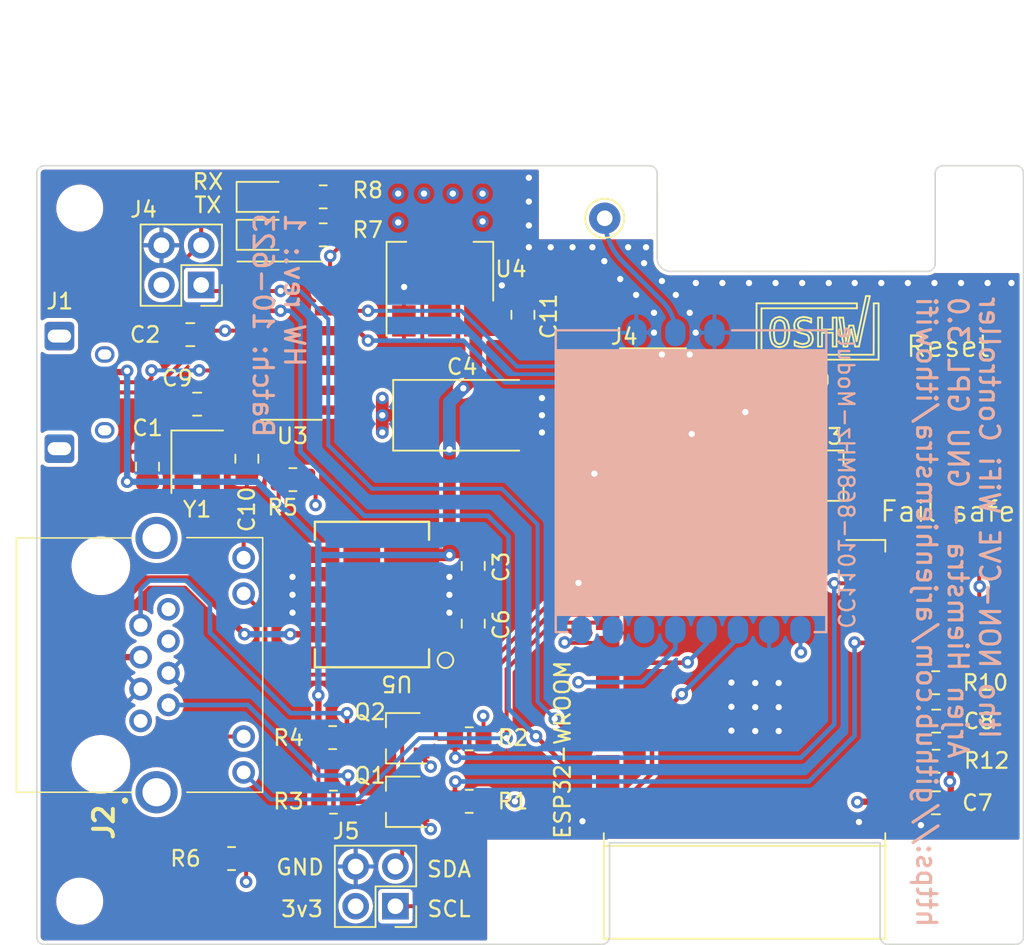
<source format=kicad_pcb>
(kicad_pcb (version 20211014) (generator pcbnew)
  (layers (0 "F.Cu" signal) (1 "In1.Cu" power "3V3") (2 "In2.Cu" power "GND") (31 "B.Cu" signal) (34 "B.Paste" user) (35 "F.Paste" user) (36 "B.SilkS" user "B.Silkscreen") (37 "F.SilkS" user "F.Silkscreen") (38 "B.Mask" user) (39 "F.Mask" user) (44 "Edge.Cuts" user))
  (net 0 "")
  (net 1 "GND")
  (net 2 "+5V")
  (net 3 "+3V3")
  (net 4 "D0")
  (net 5 "D23_MOSI")
  (net 6 "D19_MISO")
  (net 7 "D18_SCK")
  (net 8 "D5_SS")
  (net 9 "D4_IRQ")
  (net 12 "EN")
  (net 13 "Net-(LED1-Pad2)")
  (net 14 "Net-(LED2-Pad2)")
  (net 15 "SDA_L")
  (net 16 "SCL_L")
  (net 17 "Net-(R10-Pad2)")
  (net 18 "+15V")
  (net 21 "D17_WIFI_STATUS")
  (net 22 "Net-(Q3-Pad1)")
  (net 23 "Net-(Q4-Pad1)")
  (net 24 "D0{slash}RX0")
  (net 25 "D1{slash}TX0")
  (net 29 "Net-(J1-Pad2)")
  (net 30 "Net-(J1-Pad3)")
  (net 32 "Net-(J2-Pad10)")
  (net 33 "Net-(J2-Pad12)")
  (net 34 "Net-(C9-Pad1)")
  (net 35 "Net-(C10-Pad1)")
  (net 38 "Net-(H5-Pad1)")
  (net 39 "Net-(J2-Pad2)")
  (net 40 "Net-(J2-Pad7)")
  (net 41 "RTS")
  (net 42 "DTR")
  (net 43 "D16_SYS_STATUS")
  (footprint "nrg_watch:ESP32-WROOM-32E" (layer "F.Cu") (at 97.9932 141.605406 180)
    (fp_text reference "U1" hide)
    (fp_text value "ESP32-WROOM")
  )
  (footprint "Resistor_SMD:R_0805_2012Metric" (layer "F.Cu") (at 110.219 139.734 180)
    (fp_text reference "R10")
    (fp_text value "R10K" hide)
  )
  (footprint "Connector_PinHeader_2.54mm:PinHeader_2x02_P2.54mm_Vertical" (layer "F.Cu") (at 75.6666 154.0256 180)
    (fp_text reference "J5")
    (fp_text value "Conn_02x02_Odd_Even" hide)
  )
  (footprint "Resistor_SMD:R_0805_2012Metric" (layer "F.Cu") (at 110.2425 144.7546)
    (fp_text reference "R12")
    (fp_text value "R10K" hide)
  )
  (footprint "Resistor_SMD:R_0805_2012Metric" (layer "F.Cu") (at 89.2875 127.855 180)
    (fp_text reference "R13")
    (fp_text value "R10K")
  )
  (footprint "MountingHole:MountingHole_2.5mm" (layer "F.Cu") (at 55.482 109.381)
    (fp_text reference "H2" hide)
    (fp_text value "MountingHole" hide)
  )
  (footprint "nrg_watch:micro usb" (layer "F.Cu") (at 54.1782 121.168 -90)
    (fp_text reference "J1")
    (fp_text value "USB_B_Micro")
  )
  (footprint "Capacitor_SMD:C_0805_2012Metric" (layer "F.Cu") (at 110.232 147.4125 180)
    (fp_text reference "C7")
    (fp_text value "0.1uF" hide)
  )
  (footprint "Package_TO_SOT_SMD:SOT-23W" (layer "F.Cu") (at 76.138202 143.284092 180)
    (fp_text reference "Q2")
    (fp_text value "BSS138")
  )
  (footprint "Package_TO_SOT_SMD:SOT-23W" (layer "F.Cu") (at 76.1382 147.3466 180)
    (fp_text reference "Q1")
    (fp_text value "BSS138")
  )
  (footprint "Resistor_SMD:R_0805_2012Metric" (layer "F.Cu") (at 80.3887 147.32)
    (fp_text reference "R1")
    (fp_text value "R10K" hide)
  )
  (footprint "Resistor_SMD:R_0805_2012Metric" (layer "F.Cu") (at 80.3887 143.3195)
    (fp_text reference "R2")
    (fp_text value "R10K")
  )
  (footprint "Resistor_SMD:R_0805_2012Metric" (layer "F.Cu") (at 71.7082 147.372 180)
    (fp_text reference "R3")
    (fp_text value "R10K")
  )
  (footprint "Resistor_SMD:R_0805_2012Metric" (layer "F.Cu") (at 69.1115 126.746 180)
    (fp_text reference "R5")
    (fp_text value "R100")
  )
  (footprint "Package_TO_SOT_SMD:SOT-223-3_TabPin2" (layer "F.Cu") (at 78.5114 113.4495 90)
    (fp_text reference "U4")
    (fp_text value "AMS1117-3.3")
  )
  (footprint "Resistor_SMD:R_0805_2012Metric" (layer "F.Cu") (at 65.1908 150.9776 180)
    (fp_text reference "R6")
    (fp_text value "R100")
  )
  (footprint "nrg_watch:Mornsun 780xMT" (layer "F.Cu") (at 74.168 134.0945 90)
    (fp_text reference "U5")
    (fp_text value "780xMT")
  )
  (footprint "MountingHole:MountingHole_2.5mm" (layer "F.Cu") (at 113.013 109.508)
    (fp_text reference "H1" hide)
    (fp_text value "MountingHole" hide)
  )
  (footprint "MountingHole:MountingHole_2.5mm" (layer "F.Cu") (at 113.013 153.704)
    (fp_text reference "H3" hide)
    (fp_text value "MountingHole" hide)
  )
  (footprint "MountingHole:MountingHole_2.5mm" (layer "F.Cu") (at 55.482 153.704)
    (fp_text reference "H4" hide)
    (fp_text value "MountingHole" hide)
  )
  (footprint "nrg_watch:RRJ45R08PC000" (layer "F.Cu") (at 59.3725 142.1765 -90)
    (fp_text reference "J2")
    (fp_text value "RJ45_LED_Shielded" hide)
  )
  (footprint "Resistor_SMD:R_0805_2012Metric" (layer "F.Cu") (at 71.6557 143.2435 180)
    (fp_text reference "R4")
    (fp_text value "R10K")
  )
  (footprint "Capacitor_SMD:C_0805_2012Metric" (layer "F.Cu") (at 80.645 135.956 90)
    (fp_text reference "C6")
    (fp_text value "10uF")
  )
  (footprint "Capacitor_SMD:C_0805_2012Metric" (layer "F.Cu") (at 80.645 132.268 -90)
    (fp_text reference "C3")
    (fp_text value "22uF")
  )
  (footprint "Resistor_SMD:R_0805_2012Metric" (layer "F.Cu") (at 98.1775 127.855 180)
    (fp_text reference "R11")
    (fp_text value "R10K")
  )
  (footprint "Package_TO_SOT_SMD:SOT-23W" (layer "F.Cu") (at 93.455 126.492 180)
    (fp_text reference "Q4")
    (fp_text value "BC847")
  )
  (footprint "Package_TO_SOT_SMD:SOT-23W" (layer "F.Cu") (at 103.25 126.492)
    (fp_text reference "Q3")
    (fp_text value "BC847")
  )
  (footprint "Capacitor_Tantalum_SMD:CP_EIA-7343-31_Kemet-D" (layer "F.Cu") (at 79.9338 122.6312)
    (fp_text reference "C4")
    (fp_text value "470uF")
  )
  (footprint "Resistor_SMD:R_0805_2012Metric" (layer "F.Cu") (at 98.1775 125.569)
    (fp_text reference "R9")
    (fp_text value "R10K")
  )
  (footprint "Capacitor_SMD:C_0805_2012Metric" (layer "F.Cu") (at 110.2512 142.1892)
    (fp_text reference "C8")
    (fp_text value "10uF" hide)
  )
  (footprint "nrg_watch:TS-1187" (layer "F.Cu") (at 111.125 133.638011 -90)
    (fp_text reference "SW1" hide)
    (fp_text value "Fail safe")
  )
  (footprint "Capacitor_SMD:C_0805_2012Metric" (layer "F.Cu") (at 62.992 121.92 180)
    (fp_text reference "C9")
    (fp_text value "33pF")
  )
  (footprint "Capacitor_SMD:C_0805_2012Metric" (layer "F.Cu") (at 66.167 125.41 -90)
    (fp_text reference "C10")
    (fp_text value "33pF")
  )
  (footprint "Connector_PinHeader_2.54mm:PinHeader_2x02_P2.54mm_Vertical" (layer "F.Cu") (at 63.246 114.3 180)
    (fp_text reference "J4")
    (fp_text value "Conn_02x02_Odd_Even")
  )
  (footprint "Capacitor_SMD:C_0805_2012Metric" (layer "F.Cu") (at 62.55 117.475 180)
    (fp_text reference "C2")
    (fp_text value "0.1uF")
  )
  (footprint "LED_SMD:LED_0805_2012Metric" (layer "F.Cu") (at 67.1995 108.666)
    (fp_text reference "LED2" hide)
    (fp_text value "RX")
  )
  (footprint "Resistor_SMD:R_0805_2012Metric" (layer "F.Cu") (at 71.0495 111.092 180)
    (fp_text reference "R7")
    (fp_text value "R1K")
  )
  (footprint "Resistor_SMD:R_0805_2012Metric" (layer "F.Cu") (at 71.0495 108.666 180)
    (fp_text reference "R8")
    (fp_text value "R1K")
  )
  (footprint "Package_SO:SOIC-16_3.9x9.9mm_P1.27mm" (layer "F.Cu") (at 69.0134 117.8596)
    (fp_text reference "U3")
    (fp_text value "CH340G")
  )
  (footprint "Crystal:Crystal_SMD_TXC_7M-4Pin_3.2x2.5mm" (layer "F.Cu") (at 62.992 125.603 -90)
    (fp_text reference "Y1")
    (fp_text value "Crystal_GND24_Small")
  )
  (footprint "Connector_Pin:Pin_D1.0mm_L10.0mm" (layer "F.Cu") (at 89.0524 110.0328)
    (fp_text reference "H5" hide)
    (fp_text value "MountingHole_Pad")
  )
  (footprint "LED_SMD:LED_0805_2012Metric" (layer "F.Cu") (at 67.1995 111.092)
    (fp_text reference "LED1" hide)
    (fp_text value "TX")
  )
  (footprint "Capacitor_SMD:C_0805_2012Metric" (layer "F.Cu") (at 59.817 125.918 90)
    (fp_text reference "C1")
    (fp_text value "0.1uF")
  )
  (footprint "nrg_watch:TS-1187" (layer "F.Cu") (at 111.116593 123.444 90)
    (fp_text reference "SW2" hide)
    (fp_text value "Reset")
  )
  (footprint "Capacitor_SMD:C_0805_2012Metric" (layer "F.Cu") (at 83.82 116.205 90)
    (fp_text reference "C11")
    (fp_text value "10uF")
  )
  (footprint "nrg_watch:CC1101-868MHz-Module" (layer "B.Cu") (at 94.57 126.847358 90)
    (fp_text reference "U2" hide)
    (fp_text value "CC1101-868MHz-Module")
  )
  (gr_poly (pts (xy 103.202 135.417558) (xy 85.9554 135.417558) (xy 85.93 118.450358) (xy 103.202 118.450358)) (layer "B.SilkS") (width 0.1) (fill solid))
  (gr_line (start 90.043 118.364) (end 90.043 118.491) (layer "F.SilkS") (width 0.15))
  (gr_circle (center 90.932 119.253) (end 91.313 118.999) (layer "F.SilkS") (width 0.15) (fill none))
  (gr_circle (center 93.268095 121.158) (end 93.649095 120.904) (layer "F.SilkS") (width 0.15) (fill none))
  (gr_circle (center 93.268095 119.253) (end 93.649095 118.999) (layer "F.SilkS") (width 0.15) (fill none))
  (gr_line (start 99.651693 116.889581) (end 99.74071 116.629383) (layer "F.SilkS") (width 0.12))
  (gr_line (start 102.694384 116.385188) (end 102.694384 116.385188) (layer "F.SilkS") (width 0.12))
  (gr_line (start 101.214941 118.170605) (end 101.192894 118.161511) (layer "F.SilkS") (width 0.12))
  (gr_line (start 100.232672 116.554961) (end 100.191605 116.554961) (layer "F.SilkS") (width 0.12))
  (gr_line (start 104.81691 117.136774) (end 104.566364 118.237) (layer "F.SilkS") (width 0.12))
  (gr_line (start 100.164321 116.351558) (end 100.232672 116.351558) (layer "F.SilkS") (width 0.12))
  (gr_line (start 99.9725 117.923361) (end 100.068964 118.025621) (layer "F.SilkS") (width 0.12))
  (gr_line (start 102.358713 117.731286) (end 102.358713 117.789401) (layer "F.SilkS") (width 0.12))
  (gr_line (start 100.56974 117.662655) (end 100.590964 117.400273) (layer "F.SilkS") (width 0.12))
  (gr_line (start 99.875487 117.225267) (end 99.875487 117.312897) (layer "F.SilkS") (width 0.12))
  (gr_line (start 101.48696 117.058542) (end 101.697805 117.148356) (layer "F.SilkS") (width 0.12))
  (gr_line (start 99.0765 115.791031) (end 105.179825 115.791031) (layer "F.SilkS") (width 0.12))
  (gr_line (start 102.222285 118.111067) (end 102.195 118.134232) (layer "F.SilkS") (width 0.12))
  (gr_line (start 100.673372 118.074389) (end 100.506078 118.213327) (layer "F.SilkS") (width 0.12))
  (gr_line (start 101.456917 118.244722) (end 101.434869 118.240048) (layer "F.SilkS") (width 0.12))
  (gr_line (start 101.266477 117.195499) (end 101.198405 117.076982) (layer "F.SilkS") (width 0.12))
  (gr_line (start 102.119211 117.69405) (end 102.058297 117.547187) (layer "F.SilkS") (width 0.12))
  (gr_line (start 101.437902 117.31813) (end 101.305339 117.234919) (layer "F.SilkS") (width 0.12))
  (gr_line (start 100.814205 117.735147) (end 100.724629 117.99504) (layer "F.SilkS") (width 0.12))
  (gr_line (start 104.685389 116.893696) (end 104.946907 116.893696) (layer "F.SilkS") (width 0.12))
  (gr_line (start 100.520683 116.758923) (end 100.506626 116.729967) (layer "F.SilkS") (width 0.12))
  (gr_line (start 101.475667 117.047772) (end 101.48696 117.058542) (layer "F.SilkS") (width 0.12))
  (gr_line (start 102.195 118.134232) (end 102.167715 118.157346) (layer "F.SilkS") (width 0.12))
  (gr_line (start 102.119211 117.747237) (end 102.119211 117.69405) (layer "F.SilkS") (width 0.12))
  (gr_line (start 101.617602 117.381528) (end 101.437902 117.31813) (layer "F.SilkS") (width 0.12))
  (gr_line (start 103.883917 118.237) (end 103.632 118.237) (layer "F.SilkS") (width 0.12))
  (gr_line (start 101.71875 118.273119) (end 101.653157 118.273119) (layer "F.SilkS") (width 0.12))
  (gr_line (start 99.896153 116.963139) (end 99.875487 117.225267) (layer "F.SilkS") (width 0.12))
  (gr_line (start 100.396385 118.025875) (end 100.49257 117.924733) (layer "F.SilkS") (width 0.12))
  (gr_line (start 100.301023 118.272865) (end 100.232672 118.272865) (layer "F.SilkS") (width 0.12))
  (gr_line (start 104.474569 117.88836) (end 104.685389 116.893696) (layer "F.SilkS") (width 0.12))
  (gr_line (start 100.506078 116.411096) (end 100.673372 116.550034) (layer "F.SilkS") (width 0.12))
  (gr_line (start 101.762296 116.555266) (end 101.633309 116.576196) (layer "F.SilkS") (width 0.12))
  (gr_line (start 100.699006 116.589709) (end 100.724629 116.629383) (layer "F.SilkS") (width 0.12))
  (gr_line (start 101.659766 118.069716) (end 101.71875 118.069716) (layer "F.SilkS") (width 0.12))
  (gr_line (start 100.724629 116.629383) (end 100.814205 116.889581) (layer "F.SilkS") (width 0.12))
  (gr_line (start 102.013928 117.985388) (end 102.031292 117.971062) (layer "F.SilkS") (width 0.12))
  (gr_line (start 100.49257 116.700757) (end 100.396385 116.598548) (layer "F.SilkS") (width 0.12))
  (gr_line (start 101.16946 116.842997) (end 101.210806 116.675713) (layer "F.SilkS") (width 0.12))
  (gr_line (start 100.191605 116.554961) (end 100.068964 116.598548) (layer "F.SilkS") (width 0.12))
  (gr_line (start 99.74071 117.996107) (end 99.651693 117.736519) (layer "F.SilkS") (width 0.12))
  (gr_line (start 100.56974 116.963139) (end 100.520683 116.758923) (layer "F.SilkS") (width 0.12))
  (gr_line (start 100.506078 118.213327) (end 100.301023 118.272865) (layer "F.SilkS") (width 0.12))
  (gr_line (start 101.728671 117.155824) (end 101.860136 117.185593) (layer "F.SilkS") (width 0.12))
  (gr_line (start 101.16946 116.898928) (end 101.16946 116.842997) (layer "F.SilkS") (width 0.12))
  (gr_line (start 101.835605 116.352117) (end 101.98416 116.372793) (layer "F.SilkS") (width 0.12))
  (gr_line (start 101.887421 118.048481) (end 101.996286 117.999459) (layer "F.SilkS") (width 0.12))
  (gr_line (start 101.994081 118.238372) (end 101.787371 118.273119) (layer "F.SilkS") (width 0.12))
  (gr_line (start 103.632 117.144241) (end 103.632 116.385188) (layer "F.SilkS") (width 0.12))
  (gr_line (start 101.434321 116.734692) (end 101.408687 116.828926) (layer "F.SilkS") (width 0.12))
  (gr_line (start 101.36349 116.476983) (end 101.530231 116.389353) (layer "F.SilkS") (width 0.12))
  (gr_line (start 102.058297 117.547187) (end 102.046171 117.535046) (layer "F.SilkS") (width 0.12))
  (gr_line (start 100.590964 117.225267) (end 100.56974 116.963139) (layer "F.SilkS") (width 0.12))
  (gr_line (start 100.164046 118.272865) (end 99.958997 118.213327) (layer "F.SilkS") (width 0.12))
  (gr_line (start 106.250029 118.757639) (end 99.0765 118.757639) (layer "F.SilkS") (width 0.12))
  (gr_line (start 99.958444 117.894456) (end 99.9725 117.923361) (layer "F.SilkS") (width 0.12))
  (gr_line (start 102.252053 116.448586) (end 102.252053 116.702993) (layer "F.SilkS") (width 0.12))
  (gr_line (start 100.590964 117.312897) (end 100.590964 117.312897) (layer "F.SilkS") (width 0.12))
  (gr_line (start 101.478694 118.249395) (end 101.456917 118.244722) (layer "F.SilkS") (width 0.12))
  (gr_line (start 100.396385 116.598548) (end 100.273464 116.554961) (layer "F.SilkS") (width 0.12))
  (gr_line (start 102.946301 118.237) (end 102.694384 118.237) (layer "F.SilkS") (width 0.12))
  (gr_line (start 99.896153 117.661538) (end 99.944382 117.865246) (layer "F.SilkS") (width 0.12))
  (gr_line (start 105.305504 118.237) (end 105.068471 118.237) (layer "F.SilkS") (width 0.12))
  (gr_line (start 103.632 118.237) (end 103.632 117.355061) (layer "F.SilkS") (width 0.12))
  (gr_line (start 102.022747 116.592452) (end 102.003723 116.586153) (layer "F.SilkS") (width 0.12))
  (gr_line (start 102.031292 117.971062) (end 102.09275 117.882873) (layer "F.SilkS") (width 0.12))
  (gr_line (start 102.328944 117.530372) (end 102.358713 117.680842) (layer "F.SilkS") (width 0.12))
  (gr_line (start 90.932 119.253) (end 89.408 119.253) (layer "F.SilkS") (width 0.15))
  (gr_line (start 102.946301 117.144241) (end 103.632 117.144241) (layer "F.SilkS") (width 0.12))
  (gr_line (start 102.09275 117.882873) (end 102.119211 117.781172) (layer "F.SilkS") (width 0.12))
  (gr_line (start 100.520683 117.866617) (end 100.56974 117.662655) (layer "F.SilkS") (width 0.12))
  (gr_line (start 100.232672 118.272865) (end 100.164046 118.272865) (layer "F.SilkS") (width 0.12))
  (gr_line (start 101.633309 116.576196) (end 101.528859 116.624456) (layer "F.SilkS") (width 0.12))
  (gr_line (start 99.958997 118.213327) (end 99.791703 118.075253) (layer "F.SilkS") (width 0.12))
  (gr_line (start 101.286046 117.215361) (end 101.266477 117.195499) (layer "F.SilkS") (width 0.12))
  (gr_line (start 101.408687 116.860371) (end 101.408687 116.907209) (layer "F.SilkS") (width 0.12))
  (gr_line (start 105.179825 115.473531) (end 98.759 115.473531) (layer "F.SilkS") (width 0.12))
  (gr_line (start 104.297073 116.385188) (end 104.474569 117.88836) (layer "F.SilkS") (width 0.12))
  (gr_line (start 105.179825 115.791031) (end 105.179825 115.473531) (layer "F.SilkS") (width 0.12))
  (gr_line (start 105.068471 118.237) (end 104.81691 117.136774) (layer "F.SilkS") (width 0.12))
  (gr_line (start 104.329281 118.237) (end 104.052878 116.385188) (layer "F.SilkS") (width 0.12))
  (gr_line (start 99.651693 117.736519) (end 99.613654 117.418714) (layer "F.SilkS") (width 0.12))
  (gr_line (start 102.003997 116.376958) (end 102.02357 116.380819) (layer "F.SilkS") (width 0.12))
  (gr_line (start 100.273464 116.554961) (end 100.232672 116.554961) (layer "F.SilkS") (width 0.12))
  (gr_line (start 100.852788 117.312897) (end 100.852788 117.312897) (layer "F.SilkS") (width 0.12))
  (gr_line (start 102.085033 117.263571) (end 102.2198 117.354807) (layer "F.SilkS") (width 0.12))
  (gr_line (start 105.761079 115.009371) (end 106.005274 115.009371) (layer "F.SilkS") (width 0.12))
  (gr_line (start 101.792059 116.555266) (end 101.762296 116.555266) (layer "F.SilkS") (width 0.12))
  (gr_line (start 99.791703 118.075253) (end 99.766343 118.035832) (layer "F.SilkS") (width 0.12))
  (gr_line (start 101.528859 116.624456) (end 101.51177 116.638477) (layer "F.SilkS") (width 0.12))
  (gr_line (start 100.724629 117.99504) (end 100.699006 118.034715) (layer "F.SilkS") (width 0.12))
  (gr_line (start 100.590964 117.312897) (end 100.590964 117.225267) (layer "F.SilkS") (width 0.12))
  (gr_line (start 101.464364 117.037003) (end 101.475667 117.047772) (layer "F.SilkS") (width 0.12))
  (gr_line (start 101.408687 116.907209) (end 101.464364 117.037003) (layer "F.SilkS") (width 0.12))
  (gr_line (start 100.232672 116.351558) (end 100.301023 116.351558) (layer "F.SilkS") (width 0.12))
  (gr_line (start 90.043 118.491) (end 90.043 122.047) (layer "F.SilkS") (width 0.15))
  (gr_line (start 101.408687 116.828926) (end 101.408687 116.860371) (layer "F.SilkS") (width 0.12))
  (gr_circle (center 90.932 121.158) (end 91.313 120.904) (layer "F.SilkS") (width 0.15) (fill none))
  (gr_line (start 101.946954 117.470276) (end 101.824033 117.428925) (layer "F.SilkS") (width 0.12))
  (gr_line (start 106.256633 115.473531) (end 106.250029 118.757639) (layer "F.SilkS") (width 0.12))
  (gr_line (start 101.824033 117.428925) (end 101.794264 117.422321) (layer "F.SilkS") (width 0.12))
  (gr_line (start 102.167715 118.157346) (end 101.994081 118.238372) (layer "F.SilkS") (width 0.12))
  (gr_line (start 106.005274 115.009371) (end 105.305504 118.237) (layer "F.SilkS") (width 0.12))
  (gr_line (start 103.632 116.385188) (end 103.883917 116.385188) (layer "F.SilkS") (width 0.12))
  (gr_line (start 101.779659 116.352117) (end 101.835605 116.352117) (layer "F.SilkS") (width 0.12))
  (gr_line (start 100.49257 117.924733) (end 100.506626 117.895827) (layer "F.SilkS") (width 0.12))
  (gr_line (start 102.02357 116.380819) (end 102.23028 116.440611) (layer "F.SilkS") (width 0.12))
  (gr_line (start 103.883917 116.385188) (end 103.883917 118.237) (layer "F.SilkS") (width 0.12))
  (gr_line (start 104.052878 116.385188) (end 104.052878 116.385188) (layer "F.SilkS") (width 0.12))
  (gr_line (start 100.852788 117.207081) (end 100.852788 117.312897) (layer "F.SilkS") (width 0.12))
  (gr_line (start 102.239648 117.37655) (end 102.25949 117.398089) (layer "F.SilkS") (width 0.12))
  (gr_line (start 102.2198 117.354807) (end 102.239648 117.37655) (layer "F.SilkS") (width 0.12))
  (gr_line (start 99.875487 117.312897) (end 99.875487 117.400019) (layer "F.SilkS") (width 0.12))
  (gr_line (start 101.434869 118.240048) (end 101.214941 118.170605) (layer "F.SilkS") (width 0.12))
  (gr_line (start 106.567529 115.473531) (end 106.256633 115.473531) (layer "F.SilkS") (width 0.12))
  (gr_line (start 101.483104 118.034461) (end 101.659766 118.069716) (layer "F.SilkS") (width 0.12))
  (gr_line (start 101.811353 116.555266) (end 101.792059 116.555266) (layer "F.SilkS") (width 0.12))
  (gr_line (start 101.335657 116.502079) (end 101.36349 116.476983) (layer "F.SilkS") (width 0.12))
  (gr_line (start 100.068964 116.598548) (end 99.9725 116.700757) (layer "F.SilkS") (width 0.12))
  (gr_line (start 101.996286 117.999459) (end 102.013928 117.985388) (layer "F.SilkS") (width 0.12))
  (gr_line (start 99.766343 118.035832) (end 99.74071 117.996107) (layer "F.SilkS") (width 0.12))
  (gr_line (start 100.068964 118.025621) (end 100.191605 118.069462) (layer "F.SilkS") (width 0.12))
  (gr_line (start 100.506626 117.895827) (end 100.520683 117.866617) (layer "F.SilkS") (width 0.12))
  (gr_line (start 101.461885 118.027552) (end 101.483104 118.034461) (layer "F.SilkS") (width 0.12))
  (gr_line (start 99.613654 117.312897) (end 99.613654 117.207081) (layer "F.SilkS") (width 0.12))
  (gr_line (start 101.51177 116.638477) (end 101.494407 116.651989) (layer "F.SilkS") (width 0.12))
  (gr_line (start 101.198405 117.076982) (end 101.16946 116.943327) (layer "F.SilkS") (width 0.12))
  (gr_line (start 102.946301 116.385188) (end 102.946301 117.144241) (layer "F.SilkS") (width 0.12))
  (gr_line (start 101.71875 118.069716) (end 101.760914 118.069716) (layer "F.SilkS") (width 0.12))
  (gr_line (start 94.234 122.047) (end 94.234 118.364) (layer "F.SilkS") (width 0.15))
  (gr_line (start 101.307819 116.526869) (end 101.335657 116.502079) (layer "F.SilkS") (width 0.12))
  (gr_line (start 98.759 119.075139) (end 106.567529 119.075139) (layer "F.SilkS") (width 0.12))
  (gr_line (start 100.273464 118.069462) (end 100.396385 118.025875) (layer "F.SilkS") (width 0.12))
  (gr_line (start 99.0765 118.757639) (end 99.0765 115.791031) (layer "F.SilkS") (width 0.12))
  (gr_line (start 101.530231 116.389353) (end 101.717094 116.352117) (layer "F.SilkS") (width 0.12))
  (gr_line (start 99.613654 117.207081) (end 99.651693 116.889581) (layer "F.SilkS") (width 0.12))
  (gr_line (start 100.814205 116.889581) (end 100.852788 117.207081) (layer "F.SilkS") (width 0.12))
  (gr_line (start 101.494407 116.651989) (end 101.434321 116.734692) (layer "F.SilkS") (width 0.12))
  (gr_line (start 101.653157 118.273119) (end 101.478694 118.249395) (layer "F.SilkS") (width 0.12))
  (gr_line (start 98.759 115.473531) (end 98.759 115.473531) (layer "F.SilkS") (width 0.12))
  (gr_line (start 102.003723 116.586153) (end 101.811353 116.555266) (layer "F.SilkS") (width 0.12))
  (gr_line (start 102.694384 118.237) (end 102.694384 116.385188) (layer "F.SilkS") (width 0.12))
  (gr_line (start 101.440661 118.020389) (end 101.461885 118.027552) (layer "F.SilkS") (width 0.12))
  (gr_line (start 101.697805 117.148356) (end 101.728671 117.155824) (layer "F.SilkS") (width 0.12))
  (gr_line (start 99.958444 116.729967) (end 99.944382 116.758923) (layer "F.SilkS") (width 0.12))
  (gr_line (start 102.946301 117.355061) (end 102.946301 118.237) (layer "F.SilkS") (width 0.12))
  (gr_line (start 101.98416 116.372793) (end 102.003997 116.376958) (layer "F.SilkS") (width 0.12))
  (gr_line (start 102.25949 117.398089) (end 102.328944 117.530372) (layer "F.SilkS") (width 0.12))
  (gr_line (start 99.74071 116.629383) (end 99.766343 116.589709) (layer "F.SilkS") (width 0.12))
  (gr_line (start 99.95982 116.411096) (end 100.164321 116.351558) (layer "F.SilkS") (width 0.12))
  (gr_line (start 99.875487 117.400019) (end 99.896153 117.661538) (layer "F.SilkS") (width 0.12))
  (gr_line (start 104.566364 118.237) (end 104.329281 118.237) (layer "F.SilkS") (width 0.12))
  (gr_line (start 94.234 118.364) (end 90.043 118.364) (layer "F.SilkS") (width 0.15))
  (gr_line (start 101.16946 116.943327) (end 101.16946 116.898928) (layer "F.SilkS") (width 0.12))
  (gr_line (start 101.210806 116.675713) (end 101.307819 116.526869) (layer "F.SilkS") (width 0.12))
  (gr_line (start 102.23028 116.440611) (end 102.252053 116.448891) (layer "F.SilkS") (width 0.12))
  (gr_line (start 100.191605 118.069462) (end 100.232672 118.069462) (layer "F.SilkS") (width 0.12))
  (gr_line (start 101.660599 117.39118) (end 101.617602 117.381528) (layer "F.SilkS") (width 0.12))
  (gr_line (start 102.358713 117.680842) (end 102.358713 117.731286) (layer "F.SilkS") (width 0.12))
  (gr_line (start 93.268095 121.158) (end 94.869 121.158) (layer "F.SilkS") (width 0.15))
  (gr_line (start 99.766343 116.589709) (end 99.791977 116.550034) (layer "F.SilkS") (width 0.12))
  (gr_line (start 101.192894 118.161511) (end 101.192894 117.894964) (layer "F.SilkS") (width 0.12))
  (gr_line (start 101.903408 117.195499) (end 102.085033 117.263571) (layer "F.SilkS") (width 0.12))
  (gr_line (start 102.252053 116.702993) (end 102.233029 116.690597) (layer "F.SilkS") (width 0.12))
  (gr_line (start 103.632 117.355061) (end 102.946301 117.355061) (layer "F.SilkS") (width 0.12))
  (gr_line (start 99.791977 116.550034) (end 99.95982 116.411096) (layer "F.SilkS") (width 0.12))
  (gr_line (start 100.301023 116.351558) (end 100.506078 116.411096) (layer "F.SilkS") (width 0.12))
  (gr_line (start 98.759 115.473531) (end 98.759 119.075139) (layer "F.SilkS") (width 0.12))
  (gr_line (start 100.852788 117.41846) (end 100.814205 117.735147) (layer "F.SilkS") (width 0.12))
  (gr_line (start 99.944382 116.758923) (end 99.896153 116.963139) (layer "F.SilkS") (width 0.12))
  (gr_line (start 90.932 121.158) (end 89.281 121.158) (layer "F.SilkS") (width 0.15))
  (gr_line (start 102.03404 117.522651) (end 101.946954 117.470276) (layer "F.SilkS") (width 0.12))
  (gr_line (start 102.041762 116.598548) (end 102.022747 116.592452) (layer "F.SilkS") (width 0.12))
  (gr_line (start 101.305339 117.234919) (end 101.286046 117.215361) (layer "F.SilkS") (width 0.12))
  (gr_line (start 102.358713 117.789401) (end 102.317646 117.963899) (layer "F.SilkS") (width 0.12))
  (gr_line (start 101.717094 116.352117) (end 101.779659 116.352117) (layer "F.SilkS") (width 0.12))
  (gr_line (start 101.216592 117.909848) (end 101.440661 118.020389) (layer "F.SilkS") (width 0.12))
  (gr_line (start 102.046171 117.535046) (end 102.03404 117.522651) (layer "F.SilkS") (width 0.12))
  (gr_line (start 101.787371 118.273119) (end 101.71875 118.273119) (layer "F.SilkS") (width 0.12))
  (gr_line (start 104.052878 116.385188) (end 104.297073 116.385188) (layer "F.SilkS") (width 0.12))
  (gr_line (start 102.694384 116.385188) (end 102.946301 116.385188) (layer "F.SilkS") (width 0.12))
  (gr_line (start 106.567529 119.075139) (end 106.567529 115.473531) (layer "F.SilkS") (width 0.12))
  (gr_line (start 104.946907 116.893696) (end 105.160267 117.890849) (layer "F.SilkS") (width 0.12))
  (gr_line (start 100.673372 116.550034) (end 100.699006 116.589709) (layer "F.SilkS") (width 0.12))
  (gr_line (start 93.268095 119.253) (end 94.869 119.253) (layer "F.SilkS") (width 0.15))
  (gr_line (start 102.233029 116.690597) (end 102.041762 116.598548) (layer "F.SilkS") (width 0.12))
  (gr_line (start 99.613654 117.418714) (end 99.613654 117.312897) (layer "F.SilkS") (width 0.12))
  (gr_line (start 100.699006 118.034715) (end 100.673372 118.074389) (layer "F.SilkS") (width 0.12))
  (gr_line (start 102.317646 117.963899) (end 102.222285 118.111067) (layer "F.SilkS") (width 0.12))
  (gr_line (start 101.794264 117.422321) (end 101.660599 117.39118) (layer "F.SilkS") (width 0.12))
  (gr_line (start 100.852788 117.312897) (end 100.852788 117.41846) (layer "F.SilkS") (width 0.12))
  (gr_line (start 90.043 122.047) (end 94.234 122.047) (layer "F.SilkS") (width 0.15))
  (gr_line (start 102.252053 116.448891) (end 102.252053 116.448586) (layer "F.SilkS") (width 0.12))
  (gr_line (start 101.760914 118.069716) (end 101.887421 118.048481) (layer "F.SilkS") (width 0.12))
  (gr_line (start 101.192894 117.894964) (end 101.216592 117.909848) (layer "F.SilkS") (width 0.12))
  (gr_line (start 99.9725 116.700757) (end 99.958444 116.729967) (layer "F.SilkS") (width 0.12))
  (gr_line (start 105.160267 117.890849) (end 105.761079 115.009371) (layer "F.SilkS") (width 0.12))
  (gr_line (start 101.860136 117.185593) (end 101.903408 117.195499) (layer "F.SilkS") (width 0.12))
  (gr_line (start 99.944382 117.865246) (end 99.958444 117.894456) (layer "F.SilkS") (width 0.12))
  (gr_line (start 100.232672 118.069462) (end 100.273464 118.069462) (layer "F.SilkS") (width 0.12))
  (gr_line (start 102.119211 117.781172) (end 102.119211 117.747237) (layer "F.SilkS") (width 0.12))
  (gr_line (start 100.590964 117.400273) (end 100.590964 117.312897) (layer "F.SilkS") (width 0.12))
  (gr_line (start 100.506626 116.729967) (end 100.49257 116.700757) (layer "F.SilkS") (width 0.12))
  (gr_arc (start 53.232 156.468) (mid 52.878447 156.321553) (end 52.732 155.968) (layer "Edge.Cuts") (width 0.1))
  (gr_line (start 91.899247 106.668) (end 53.232 106.668) (layer "Edge.Cuts") (width 0.1))
  (gr_line (start 88.860553 156.468) (end 53.232 156.468) (layer "Edge.Cuts") (width 0.1))
  (gr_line (start 115.332 156.468) (end 107.160553 156.468) (layer "Edge.Cuts") (width 0.1))
  (gr_arc (start 107.160553 156.468) (mid 106.807 156.321553) (end 106.660553 155.968) (layer "Edge.Cuts") (width 0.1))
  (gr_arc (start 115.832 155.968) (mid 115.685553 156.321553) (end 115.332 156.468) (layer "Edge.Cuts") (width 0.1))
  (gr_line (start 115.832 155.968) (end 115.832 107.168) (layer "Edge.Cuts") (width 0.1))
  (gr_line (start 106.660553 149.968) (end 89.360553 149.968) (layer "Edge.Cuts") (width 0.1))
  (gr_line (start 52.732 155.968) (end 52.732 107.168) (layer "Edge.Cuts") (width 0.1))
  (gr_arc (start 115.332 106.668) (mid 115.685553 106.814447) (end 115.832 107.168) (layer "Edge.Cuts") (width 0.1))
  (gr_line (start 115.332 106.668) (end 110.693264 106.668) (layer "Edge.Cuts") (width 0.1))
  (gr_arc (start 110.1852 107.168) (mid 110.336848 106.813965) (end 110.693264 106.668) (layer "Edge.Cuts") (width 0.1))
  (gr_arc (start 93.3196 113.430447) (mid 92.668586 113.189619) (end 92.4052 112.5474) (layer "Edge.Cuts") (width 0.1))
  (gr_line (start 110.1852 112.926) (end 110.1852 107.168) (layer "Edge.Cuts") (width 0.1))
  (gr_line (start 106.660553 155.968) (end 106.660553 149.968) (layer "Edge.Cuts") (width 0.1))
  (gr_arc (start 52.732 107.168) (mid 52.878447 106.814447) (end 53.232 106.668) (layer "Edge.Cuts") (width 0.1))
  (gr_arc (start 89.360553 155.968) (mid 89.214106 156.321553) (end 88.860553 156.468) (layer "Edge.Cuts") (width 0.1))
  (gr_line (start 109.673215 113.431305) (end 93.3196 113.430447) (layer "Edge.Cuts") (width 0.1))
  (gr_line (start 89.360553 149.968) (end 89.360553 155.968) (layer "Edge.Cuts") (width 0.1))
  (gr_arc (start 91.899247 106.668) (mid 92.255603 106.813976) (end 92.407147 107.168) (layer "Edge.Cuts") (width 0.1))
  (gr_arc (start 110.1852 112.926) (mid 110.032885 113.2837) (end 109.673215 113.431305) (layer "Edge.Cuts") (width 0.1))
  (gr_line (start 92.4052 112.5474) (end 92.407147 107.168) (layer "Edge.Cuts") (width 0.1))
  (gr_text "Itho NON-CVE WiFi Controller\nArjen Hiemstra - GNU GPL 3.0\nhttps://github.com/arjenhiemstra/ithowifi" (at 111.633 114.935 -90) (layer "B.SilkS") (effects (font (size 1.246 1.246) (thickness 0.2)) (justify right mirror)))
  (gr_text "HW rev.: 1\nBatch: 10-623\n" (at 68.199 109.601 270) (layer "B.SilkS") (effects (font (size 1.246 1.246) (thickness 0.2)) (justify right mirror)))
  (gr_text "SCL" (at 79.0956 154.2034) (layer "F.SilkS") (effects (font (size 1 1))))
  (gr_text "SDA\n" (at 79.0956 151.6634) (layer "F.SilkS") (effects (font (size 1 1))))
  (gr_text "GND" (at 69.5706 151.5364) (layer "F.SilkS") (effects (font (size 1 1))))
  (gr_text "3v3" (at 69.6976 154.2034) (layer "F.SilkS") (effects (font (size 1 1))))
  (gr_text "GND" (at 87.63 119.253) (layer "F.SilkS") (effects (font (size 1 1))))
  (gr_text "3v3" (at 87.63 121.158) (layer "F.SilkS") (effects (font (size 1 1))))
  (gr_text "RX" (at 96.012 119.253) (layer "F.SilkS") (effects (font (size 1 1))))
  (gr_text "TX\n" (at 96.012 121.158) (layer "F.SilkS") (effects (font (size 1 1))))
  (gr_text "J4" (at 90.297 117.602) (layer "F.SilkS") (effects (font (size 1 1))))
  (gr_text "NL5" (at 98.899324 121.135882) (layer "F.SilkS") (effects (font (size 1.78594 1.607346) (thickness 0.223242)) (justify left bottom)))
  (segment (start 71.628 134.0945) (end 76.708 134.0945) (width 0.8128) (layer "F.Cu") (net 1))
  (segment (start 69.1055 134.0945) (end 69.088 134.112) (width 0.8128) (layer "F.Cu") (net 1))
  (segment (start 79.1035 134.0945) (end 79.121 134.112) (width 0.8128) (layer "F.Cu") (net 1))
  (segment (start 83.0463 122.6312) (end 85.0392 122.6312) (width 0.8128) (layer "F.Cu") (net 1))
  (segment (start 76.708 134.0945) (end 79.1035 134.0945) (width 0.8128) (layer "F.Cu") (net 1))
  (segment (start 71.628 134.0945) (end 69.1055 134.0945) (width 0.8128) (layer "F.Cu") (net 1))
  (via (at 85.0392 121.5312) (size 0.8) (drill 0.4) (layers "F.Cu" "B.Cu") (net 1))
  (via (at 85.0392 123.7312) (size 0.8) (drill 0.4) (layers "F.Cu" "B.Cu") (net 1))
  (via (at 85.0392 122.6312) (size 0.8) (drill 0.4) (layers "F.Cu" "B.Cu") (net 1))
  (via (at 92.202 116.078) (size 0.8) (drill 0.4) (layers "F.Cu" "B.Cu") (net 1))
  (via (at 89.027 112.776) (size 0.8) (drill 0.4) (layers "F.Cu" "B.Cu") (net 1))
  (via (at 93.599 114.935) (size 0.8) (drill 0.4) (layers "F.Cu" "B.Cu") (net 1))
  (via (at 92.71 114.046) (size 0.8) (drill 0.4) (layers "F.Cu" "B.Cu") (net 1))
  (via (at 91.567 112.903) (size 0.8) (drill 0.4) (layers "F.Cu" "B.Cu") (net 1))
  (via (at 86.995 111.887) (size 0.8) (drill 0.4) (layers "F.Cu" "B.Cu") (net 1))
  (via (at 88.265 111.887) (size 0.8) (drill 0.4) (layers "F.Cu" "B.Cu") (net 1))
  (via (at 85.598 111.887) (size 0.8) (drill 0.4) (layers "F.Cu" "B.Cu") (net 1))
  (via (at 91.694 111.887) (size 0.8) (drill 0.4) (layers "F.Cu" "B.Cu") (net 1))
  (via (at 109.2708 148.844) (size 0.8) (drill 0.4) (layers "F.Cu" "B.Cu") (net 1))
  (via (at 76.2254 114.427) (size 0.8) (drill 0.4) (layers "F.Cu" "B.Cu") (net 1))
  (via (at 96.578 114.173) (size 0.8) (drill 0.4) (layers "F.Cu" "B.Cu") (net 1))
  (via (at 94.488 118.745) (size 0.8) (drill 0.4) (layers "F.Cu" "B.Cu") (net 1))
  (via (at 79.121 134.112) (size 0.8) (drill 0.4) (layers "F.Cu" "B.Cu") (net 1))
  (via (at 100.1776 142.8242) (size 0.8) (drill 0.4) (layers "F.Cu" "B.Cu") (net 1))
  (via (at 115.062 114.173) (size 0.8) (drill 0.4) (layers "F.Cu" "B.Cu") (net 1))
  (via (at 100.1776 141.3002) (size 0.8) (drill 0.4) (layers "F.Cu" "B.Cu") (net 1))
  (via (at 100.1776 139.7508) (size 0.8) (drill 0.4) (layers "F.Cu" "B.Cu") (net 1))
  (via (at 90.043 113.919) (size 0.8) (drill 0.4) (layers "F.Cu" "B.Cu") (net 1))
  (via (at 94.488 116.078) (size 0.8) (drill 0.4) (layers "F.Cu" "B.Cu") (net 1))
  (via (at 111.838 114.173) (size 0.8) (drill 0.4) (layers "F.Cu" "B.Cu") (net 1))
  (via (at 98.679 139.7508) (size 0.8) (drill 0.4) (layers "F.Cu" "B.Cu") (net 1))
  (via (at 101.678 114.173) (size 0.8) (drill 0.4) (layers "F.Cu" "B.Cu") (net 1))
  (via (at 103.378 114.173) (size 0.8) (drill 0.4) (layers "F.Cu" "B.Cu") (net 1))
  (via (at 90.551 111.887) (size 0.8) (drill 0.4) (layers "F.Cu" "B.Cu") (net 1))
  (via (at 97.155 139.7254) (size 0.8) (drill 0.4) (layers "F.Cu" "B.Cu") (net 1))
  (via (at 98.679 141.3002) (size 0.8) (drill 0.4) (layers "F.Cu" "B.Cu") (net 1))
  (via (at 69.088 132.969) (size 0.8) (drill 0.4) (layers "F.Cu" "B.Cu") (net 1))
  (via (at 108.438 114.173) (size 0.8) (drill 0.4) (layers "F.Cu" "B.Cu") (net 1))
  (via (at 98.278 114.173) (size 0.8) (drill 0.4) (layers "F.Cu" "B.Cu") (net 1))
  (via (at 92.202 117.348) (size 0.8) (drill 0.4) (layers "F.Cu" "B.Cu") (net 1))
  (via (at 79.121 135.255) (size 0.8) (drill 0.4) (layers "F.Cu" "B.Cu") (net 1))
  (via (at 84.201 111.887) (size 0.8) (drill 0.4) (layers "F.Cu" "B.Cu") (net 1))
  (via (at 84.201 107.442) (size 0.8) (drill 0.4) (layers "F.Cu" "B.Cu") (net 1))
  (via (at 94.878 114.173) (size 0.8) (drill 0.4) (layers "F.Cu" "B.Cu") (net 1))
  (via (at 106.738 114.173) (size 0.8) (drill 0.4) (layers "F.Cu" "B.Cu") (net 1))
  (via (at 69.088 135.255) (size 0.8) (drill 0.4) (layers "F.Cu" "B.Cu") (net 1))
  (via (at 82.4738 114.3254) (size 0.8) (drill 0.4) (layers "F.Cu" "B.Cu") (net 1))
  (via (at 97.155 141.2748) (size 0.8) (drill 0.4) (layers "F.Cu" "B.Cu") (net 1))
  (via (at 110.138 114.173) (size 0.8) (drill 0.4) (layers "F.Cu" "B.Cu") (net 1))
  (via (at 69.088 134.112) (size 0.8) (drill 0.4) (layers "F.Cu" "B.Cu") (net 1))
  (via (at 92.71 118.745) (size 0.8) (drill 0.4) (layers "F.Cu" "B.Cu") (net 1))
  (via (at 98.679 142.8242) (size 0.8) (drill 0.4) (layers "F.Cu" "B.Cu") (net 1))
  (via (at 91.059 114.935) (size 0.8) (drill 0.4) (layers "F.Cu" "B.Cu") (net 1))
  (via (at 113.538 114.173) (size 0.8) (drill 0.4) (layers "F.Cu" "B.Cu") (net 1))
  (via (at 87.63 148.59) (size 0.8) (drill 0.4) (layers "F.Cu" "B.Cu") (net 1))
  (via (at 84.201 108.966) (size 0.8) (drill 0.4) (layers "F.Cu" "B.Cu") (net 1))
  (via (at 105.038 114.173) (size 0.8) (drill 0.4) (layers "F.Cu" "B.Cu") (net 1))
  (via (at 79.121 132.969) (size 0.8) (drill 0.4) (layers "F.Cu" "B.Cu") (net 1))
  (via (at 105.3084 148.6408) (size 0.8) (drill 0.4) (layers "F.Cu" "B.Cu") (net 1))
  (via (at 99.978 114.173) (size 0.8) (drill 0.4) (layers "F.Cu" "B.Cu") (net 1))
  (via (at 94.869 117.348) (size 0.8) (drill 0.4) (layers "F.Cu" "B.Cu") (net 1))
  (via (at 97.155 142.7988) (size 0.8) (drill 0.4) (layers "F.Cu" "B.Cu") (net 1))
  (via (at 84.201 110.49) (size 0.8) (drill 0.4) (layers "F.Cu" "B.Cu") (net 1))
  (segment (start 56.805 119.868) (end 58.433863 119.868) (width 0.4064) (layer "F.Cu") (net 2))
  (segment (start 58.433863 119.868) (end 58.510873 119.79099) (width 0.4064) (layer "F.Cu") (net 2))
  (segment (start 79.121 131.572) (end 79.121 124.8156) (width 0.8128) (layer "F.Cu") (net 2))
  (segment (start 81.3669 117.155) (end 80.8114 116.5995) (width 0.8128) (layer "F.Cu") (net 2))
  (segment (start 80.645 131.318) (end 79.375 131.318) (width 0.8128) (layer "F.Cu") (net 2))
  (segment (start 79.1035 131.5545) (end 79.121 131.572) (width 0.8128) (layer "F.Cu") (net 2))
  (segment (start 58.5266 126.868) (end 58.510873 126.883727) (width 0.254) (layer "F.Cu") (net 2))
  (segment (start 70.7432 143.2435) (end 70.7432 147.3195) (width 0.254) (layer "F.Cu") (net 2))
  (segment (start 80.8114 116.5995) (end 80.8114 120.1026) (width 0.8128) (layer "F.Cu") (net 2))
  (segment (start 70.7432 143.2435) (end 70.7432 140.5424) (width 0.4064) (layer "F.Cu") (net 2))
  (segment (start 80.8114 120.1026) (end 80.01 120.904) (width 0.8128) (layer "F.Cu") (net 2))
  (segment (start 83.82 117.155) (end 81.3669 117.155) (width 0.8128) (layer "F.Cu") (net 2))
  (segment (start 79.121 131.572) (end 80.645 131.572) (width 0.4064) (layer "F.Cu") (net 2))
  (segment (start 59.817 126.868) (end 58.5266 126.868) (width 0.254) (layer "F.Cu") (net 2))
  (segment (start 79.375 131.318) (end 79.121 131.572) (width 0.8128) (layer "F.Cu") (net 2))
  (segment (start 70.7432 140.5424) (end 70.739 140.5382) (width 0.4064) (layer "F.Cu") (net 2))
  (segment (start 70.7432 147.3195) (end 70.7957 147.372) (width 0.254) (layer "F.Cu") (net 2))
  (segment (start 79.121 131.572) (end 76.7255 131.572) (width 0.4064) (layer "F.Cu") (net 2))
  (segment (start 76.708 131.5545) (end 79.1035 131.5545) (width 0.8128) (layer "F.Cu") (net 2))
  (via (at 58.510873 126.883727) (size 0.8) (drill 0.4) (layers "F.Cu" "B.Cu") (net 2))
  (via (at 79.121 131.572) (size 0.8) (drill 0.4) (layers "F.Cu" "B.Cu") (net 2))
  (via (at 70.739 140.5382) (size 0.8) (drill 0.4) (layers "F.Cu" "B.Cu") (net 2))
  (via (at 58.510873 119.79099) (size 0.8) (drill 0.4) (layers "F.Cu" "B.Cu") (net 2))
  (via (at 79.121 124.8156) (size 0.8) (drill 0.4) (layers "F.Cu" "B.Cu") (net 2))
  (via (at 80.01 120.904) (size 0.8) (drill 0.4) (layers "F.Cu" "B.Cu") (net 2))
  (segment (start 70.739 130.81) (end 70.739 131.572) (width 0.4064) (layer "B.Cu") (net 2))
  (segment (start 80.01 120.904) (end 79.121 121.793) (width 0.8128) (layer "B.Cu") (net 2))
  (segment (start 58.510873 126.883727) (end 58.510873 119.79099) (width 0.4064) (layer "B.Cu") (net 2))
  (segment (start 66.812727 126.883727) (end 70.739 130.81) (width 0.4064) (layer "B.Cu") (net 2))
  (segment (start 79.121 121.793) (end 79.121 124.8156) (width 0.8128) (layer "B.Cu") (net 2))
  (segment (start 58.510873 126.883727) (end 66.812727 126.883727) (width 0.4064) (layer "B.Cu") (net 2))
  (segment (start 70.739 131.572) (end 70.739 140.5382) (width 0.4064) (layer "B.Cu") (net 2))
  (segment (start 79.121 131.572) (end 70.739 131.572) (width 0.4064) (layer "B.Cu") (net 2))
  (segment (start 74.8284 121.5312) (end 74.8284 123.7312) (width 0.8128) (layer "F.Cu") (net 3))
  (segment (start 81.3262 147.32) (end 83.312 147.32) (width 0.29337) (layer "F.Cu") (net 3))
  (segment (start 77.1382 148.309) (end 77.9272 149.098) (width 0.29337) (layer "F.Cu") (net 3))
  (segment (start 70.5612 127.2832) (end 70.5612 128.3716) (width 0.254) (layer "F.Cu") (net 3))
  (segment (start 111.182 147.4125) (end 111.182 146.107) (width 0.4064) (layer "F.Cu") (net 3))
  (segment (start 66.1203 150.9946) (end 66.1033 150.9776) (width 0.254) (layer "F.Cu") (net 3))
  (segment (start 77.1382 148.2966) (end 77.1382 148.309) (width 0.29337) (layer "F.Cu") (net 3))
  (segment (start 71.4884 112.4584) (end 71.501 112.4458) (width 0.254) (layer "F.Cu") (net 3))
  (segment (start 66.1203 152.4676) (end 66.1203 150.9946) (width 0.254) (layer "F.Cu") (net 3))
  (segment (start 63.754 117.221) (end 63.5 117.475) (width 0.254) (layer "F.Cu") (net 3))
  (segment (start 81.3012 141.8802) (end 81.28 141.859) (width 0.254) (layer "F.Cu") (net 3))
  (segment (start 81.3012 143.3195) (end 81.3012 141.8802) (width 0.254) (layer "F.Cu") (net 3))
  (segment (start 113 133.6086) (end 113.03 133.5786) (width 0.254) (layer "F.Cu") (net 3))
  (segment (start 71.962 111.092) (end 71.962 111.9848) (width 0.254) (layer "F.Cu") (net 3))
  (segment (start 71.962 111.9848) (end 71.501 112.4458) (width 0.254) (layer "F.Cu") (net 3))
  (segment (start 71.962 108.666) (end 71.962 111.092) (width 0.254) (layer "F.Cu") (net 3))
  (segment (start 113 130.638) (end 113 133.5486) (width 0.254) (layer "F.Cu") (net 3))
  (segment (start 113 136.638) (end 113 133.6086) (width 0.254) (layer "F.Cu") (net 3))
  (segment (start 111.155 144.7546) (end 111.155 146.02) (width 0.4064) (layer "F.Cu") (net 3))
  (segment (start 111.182 146.107) (end 111.125 146.05) (width 0.4064) (layer "F.Cu") (net 3))
  (segment (start 111.155 146.02) (end 111.125 146.05) (width 0.4064) (layer "F.Cu") (net 3))
  (segment (start 76.8213 122.6312) (end 74.8963 122.6312) (width 0.8128) (layer "F.Cu") (net 3))
  (segment (start 64.77 117.221) (end 63.754 117.221) (width 0.254) (layer "F.Cu") (net 3))
  (segment (start 88.375 127.855) (end 88.375 126.382) (width 0.254) (layer "F.Cu") (net 3))
  (segment (start 105.2322 147.3454) (end 105.2068 147.3708) (width 0.4064) (layer "F.Cu") (net 3))
  (segment (start 77.1382 144.2341) (end 77.9272 145.097506) (width 0.29337) (layer "F.Cu") (net 3))
  (segment (start 106.7432 147.3454) (end 105.2322 147.3454) (width 0.4064) (layer "F.Cu") (net 3))
  (segment (start 66.5348 117.221) (end 66.5384 117.2246) (width 0.254) (layer "F.Cu") (net 3))
  (segment (start 88.375 126.382) (end 88.392 126.365) (width 0.254) (layer "F.Cu") (net 3))
  (segment (start 113 133.5486) (end 113.03 133.5786) (width 0.254) (layer "F.Cu") (net 3))
  (segment (start 71.4884 113.4146) (end 71.4884 112.4584) (width 0.254) (layer "F.Cu") (net 3))
  (segment (start 64.77 117.221) (end 66.5348 117.221) (width 0.254) (layer "F.Cu") (net 3))
  (segment (start 70.024 126.746) (end 70.5612 127.2832) (width 0.254) (layer "F.Cu") (net 3))
  (segment (start 78.5114 116.5995) (end 78.5114 110.2995) (width 1.4732) (layer "F.Cu") (net 3))
  (via (at 74.8284 121.5312) (size 0.8) (drill 0.4) (layers "F.Cu" "B.Cu") (net 3))
  (via (at 74.8284 123.7312) (size 0.8) (drill 0.4) (layers "F.Cu" "B.Cu") (net 3))
  (via (at 74.8284 122.6312) (size 0.8) (drill 0.4) (layers "F.Cu" "B.Cu") (net 3))
  (via (at 75.8444 110.2995) (size 0.8) (drill 0.4) (layers "F.Cu" "B.Cu") (net 3))
  (via (at 75.8444 108.458) (size 0.8) (drill 0.4) (layers "F.Cu" "B.Cu") (net 3))
  (via (at 77.4954 108.458) (size 0.8) (drill 0.4) (layers "F.Cu" "B.Cu") (net 3))
  (via (at 79.3369 108.458) (size 0.8) (drill 0.4) (layers "F.Cu" "B.Cu") (net 3))
  (via (at 81.2419 108.458) (size 0.8) (drill 0.4) (layers "F.Cu" "B.Cu") (net 3))
  (via (at 81.2419 110.236) (size 0.8) (drill 0.4) (layers "F.Cu" "B.Cu") (net 3))
  (via (at 66.1203 152.4676) (size 0.8) (drill 0.4) (layers "F.Cu" "B.Cu") (net 3))
  (via (at 113.03 133.5786) (size 0.8) (drill 0.4) (layers "F.Cu" "B.Cu") (net 3))
  (via (at 64.77 117.221) (size 0.8) (drill 0.4) (layers "F.Cu" "B.Cu") (net 3))
  (via (at 71.501 112.4458) (size 0.8) (drill 0.4) (layers "F.Cu" "B.Cu") (net 3))
  (via (at 70.5612 128.3716) (size 0.8) (drill 0.4) (layers "F.Cu" "B.Cu") (net 3))
  (via (at 83.312 147.32) (size 0.8) (drill 0.4) (layers "F.Cu" "B.Cu") (net 3))
  (via (at 101.6 137.795) (size 0.8) (drill 0.4) (layers "F.Cu" "B.Cu") (net 3))
  (via (at 77.9272 145.097506) (size 0.8) (drill 0.4) (layers "F.Cu" "B.Cu") (net 3))
  (via (at 105.2068 147.3708) (size 0.8) (drill 0.4) (layers "F.Cu" "B.Cu") (net 3))
  (via (at 81.28 141.859) (size 0.8) (drill 0.4) (layers "F.Cu" "B.Cu") (net 3))
  (via (at 111.125 146.05) (size 0.8) (drill 0.4) (layers "F.Cu" "B.Cu") (net 3))
  (via (at 88.392 126.365) (size 0.8) (drill 0.4) (layers "F.Cu" "B.Cu") (net 3))
  (via (at 77.9272 149.098) (size 0.8) (drill 0.4) (layers "F.Cu" "B.Cu") (net 3))
  (segment (start 101.57 137.765) (end 101.6 137.795) (width 0.254) (layer "B.Cu") (net 3))
  (segment (start 101.57 136.347358) (end 101.57 137.765) (width 0.254) (layer "B.Cu") (net 3))
  (segment (start 89.2432 130.4668) (end 89.2432 132.1054) (width 0.254) (layer "F.Cu") (net 4))
  (segment (start 92.255 126.492) (end 92.255 127.201) (width 0.254) (layer "F.Cu") (net 4))
  (segment (start 90.2 129.51) (end 89.2432 130.4668) (width 0.254) (layer "F.Cu") (net 4))
  (segment (start 90.2 127.855) (end 90.2 129.51) (width 0.254) (layer "F.Cu") (net 4))
  (segment (start 91.601 127.855) (end 90.2 127.855) (width 0.254) (layer "F.Cu") (net 4))
  (segment (start 92.255 127.201) (end 91.601 127.855) (width 0.254) (layer "F.Cu") (net 4))
  (segment (start 92.075 142.367) (end 93.98 140.462) (width 0.29337) (layer "F.Cu") (net 5))
  (segment (start 92.075 145.5176) (end 92.075 142.367) (width 0.29337) (layer "F.Cu") (net 5))
  (segment (start 90.2472 147.3454) (end 92.075 145.5176) (width 0.29337) (layer "F.Cu") (net 5))
  (segment (start 89.2432 147.3454) (end 90.2472 147.3454) (width 0.29337) (layer "F.Cu") (net 5))
  (via (at 93.98 140.462) (size 0.8) (drill 0.4) (layers "F.Cu" "B.Cu") (net 5))
  (segment (start 97.57 136.872) (end 93.98 140.462) (width 0.29337) (layer "B.Cu") (net 5))
  (segment (start 97.57 136.347358) (end 97.57 136.872) (width 0.29337) (layer "B.Cu") (net 5))
  (segment (start 87.376 139.7) (end 89.2178 139.7) (width 0.254) (layer "F.Cu") (net 6))
  (segment (start 89.2178 139.7) (end 89.2432 139.7254) (width 0.254) (layer "F.Cu") (net 6))
  (via (at 87.376 139.7) (size 0.8) (drill 0.4) (layers "F.Cu" "B.Cu") (net 6))
  (segment (start 93.57 137.57) (end 91.44 139.7) (width 0.29337) (layer "B.Cu") (net 6))
  (segment (start 93.57 136.347358) (end 93.57 137.57) (width 0.29337) (layer "B.Cu") (net 6))
  (segment (start 91.44 139.7) (end 87.376 139.7) (width 0.29337) (layer "B.Cu") (net 6))
  (segment (start 89.2432 138.4554) (end 94.3356 138.4554) (width 0.29337) (layer "F.Cu") (net 7))
  (segment (start 94.3356 138.4554) (end 94.361 138.43) (width 0.29337) (layer "F.Cu") (net 7))
  (via (at 94.361 138.43) (size 0.8) (drill 0.4) (layers "F.Cu" "B.Cu") (net 7))
  (segment (start 95.57 137.221) (end 95.57 136.347358) (width 0.29337) (layer "B.Cu") (net 7))
  (segment (start 94.361 138.43) (end 95.57 137.221) (width 0.29337) (layer "B.Cu") (net 7))
  (segment (start 89.2432 137.1854) (end 86.5124 137.1854) (width 0.254) (layer "F.Cu") (net 8))
  (segment (start 86.5124 137.1854) (end 86.487 137.16) (width 0.254) (layer "F.Cu") (net 8))
  (via (at 86.487 137.16) (size 0.8) (drill 0.4) (layers "F.Cu" "B.Cu") (net 8))
  (segment (start 86.757358 137.16) (end 87.57 136.347358) (width 0.254) (layer "B.Cu") (net 8))
  (segment (start 86.487 137.16) (end 86.757358 137.16) (width 0.254) (layer "B.Cu") (net 8))
  (segment (start 89.2178 133.35) (end 89.2432 133.3754) (width 0.254) (layer "F.Cu") (net 9))
  (segment (start 87.376 133.35) (end 89.2178 133.35) (width 0.254) (layer "F.Cu") (net 9))
  (via (at 87.376 133.35) (size 0.8) (drill 0.4) (layers "F.Cu" "B.Cu") (net 9))
  (segment (start 90.424 133.35) (end 87.376 133.35) (width 0.29337) (layer "B.Cu") (net 9))
  (segment (start 91.57 136.347358) (end 91.57 134.496) (width 0.29337) (layer "B.Cu") (net 9))
  (segment (start 91.57 134.496) (end 90.424 133.35) (width 0.29337) (layer "B.Cu") (net 9))
  (segment (start 111.379 137.16) (end 113.03 138.811) (width 0.254) (layer "F.Cu") (net 12))
  (segment (start 111.2012 142.1892) (end 111.2012 143.1798) (width 0.254) (layer "F.Cu") (net 12))
  (segment (start 113.03 141.605) (end 112.4458 142.1892) (width 0.254) (layer "F.Cu") (net 12))
  (segment (start 111.2012 143.1798) (end 110.8964 143.4846) (width 0.254) (layer "F.Cu") (net 12))
  (segment (start 109.5502 143.4846) (end 109.33 143.7048) (width 0.254) (layer "F.Cu") (net 12))
  (segment (start 106.7432 146.0754) (end 108.0092 146.0754) (width 0.254) (layer "F.Cu") (net 12))
  (segment (start 109.33 143.7048) (end 109.33 144.7546) (width 0.254) (layer "F.Cu") (net 12))
  (segment (start 110.315 126.444) (end 111.379 127.508) (width 0.254) (layer "F.Cu") (net 12))
  (segment (start 109.1936 126.492) (end 109.2416 126.444) (width 0.254) (layer "F.Cu") (net 12))
  (segment (start 109.2416 120.444) (end 109.2416 126.444) (width 0.254) (layer "F.Cu") (net 12))
  (segment (start 109.2416 126.444) (end 110.315 126.444) (width 0.254) (layer "F.Cu") (net 12))
  (segment (start 108.0092 146.0754) (end 109.33 144.7546) (width 0.254) (layer "F.Cu") (net 12))
  (segment (start 110.8964 143.4846) (end 109.5502 143.4846) (width 0.254) (layer "F.Cu") (net 12))
  (segment (start 113.03 138.811) (end 113.03 141.605) (width 0.254) (layer "F.Cu") (net 12))
  (segment (start 112.4458 142.1892) (end 111.2012 142.1892) (width 0.254) (layer "F.Cu") (net 12))
  (segment (start 104.45 126.492) (end 109.1936 126.492) (width 0.254) (layer "F.Cu") (net 12))
  (segment (start 111.379 127.508) (end 111.379 137.16) (width 0.254) (layer "F.Cu") (net 12))
  (segment (start 68.137 111.092) (end 70.137 111.092) (width 0.29337) (layer "F.Cu") (net 13))
  (segment (start 68.137 108.666) (end 70.137 108.666) (width 0.29337) (layer "F.Cu") (net 14))
  (segment (start 76.3345 142.3341) (end 76.0984 142.5702) (width 0.254) (layer "F.Cu") (net 15))
  (segment (start 79.4682 143.3025) (end 79.4512 143.3195) (width 0.254) (layer "F.Cu") (net 15))
  (segment (start 78.2617 143.1585) (end 78.4227 143.3195) (width 0.254) (layer "F.Cu") (net 15))
  (segment (start 76.0984 142.5702) (end 76.0984 151.0538) (width 0.254) (layer "F.Cu") (net 15))
  (segment (start 78.0088 142.3341) (end 77.1382 142.3341) (width 0.254) (layer "F.Cu") (net 15))
  (segment (start 79.4762 144.5002) (end 79.502 144.526) (width 0.29337) (layer "F.Cu") (net 15))
  (segment (start 78.4227 143.3195) (end 79.4512 143.3195) (width 0.254) (layer "F.Cu") (net 15))
  (segment (start 102.4432 133.3754) (end 102.4432 130.8554) (width 0.254) (layer "F.Cu") (net 15))
  (segment (start 77.1382 142.3341) (end 76.3345 142.3341) (width 0.254) (layer "F.Cu") (net 15))
  (segment (start 79.4762 143.3195) (end 79.4762 144.5002) (width 0.29337) (layer "F.Cu") (net 15))
  (segment (start 103.7336 133.3754) (end 102.4432 133.3754) (width 0.254) (layer "F.Cu") (net 15))
  (segment (start 78.2617 142.587) (end 78.2617 143.1585) (width 0.254) (layer "F.Cu") (net 15))
  (segment (start 106.7432 134.6454) (end 106.7432 133.3754) (width 0.254) (layer "F.Cu") (net 15))
  (segment (start 76.0984 151.0538) (end 75.6666 151.4856) (width 0.254) (layer "F.Cu") (net 15))
  (segment (start 106.7432 133.3754) (end 103.7336 133.3754) (width 0.254) (layer "F.Cu") (net 15))
  (segment (start 78.2617 142.587) (end 78.0088 142.3341) (width 0.254) (layer "F.Cu") (net 15))
  (via (at 79.502 144.526) (size 0.8) (drill 0.4) (layers "F.Cu" "B.Cu") (net 15))
  (via (at 103.7336 133.3754) (size 0.8) (drill 0.4) (layers "F.Cu" "B.Cu") (net 15))
  (segment (start 103.7336 142.3924) (end 101.6 144.526) (width 0.29337) (layer "B.Cu") (net 15))
  (segment (start 101.6 144.526) (end 79.502 144.526) (width 0.29337) (layer "B.Cu") (net 15))
  (segment (start 103.7336 133.3754) (end 103.7336 142.3924) (width 0.29337) (layer "B.Cu") (net 15))
  (segment (start 106.7432 135.9154) (end 106.7432 137.1854) (width 0.254) (layer "F.Cu") (net 16))
  (segment (start 79.4762 147.32) (end 79.4762 146.0758) (width 0.29337) (layer "F.Cu") (net 16))
  (segment (start 78.0073 146.3966) (end 78.2617 146.651) (width 0.254) (layer "F.Cu") (net 16))
  (segment (start 106.7432 137.1854) (end 105.0544 137.1854) (width 0.29337) (layer "F.Cu") (net 16))
  (segment (start 105.0544 137.1854) (end 105.029 137.16) (width 0.29337) (layer "F.Cu") (net 16))
  (segment (start 79.4762 146.0758) (end 79.502 146.05) (width 0.29337) (layer "F.Cu") (net 16))
  (segment (start 75.6666 154.0256) (end 77.6224 154.0256) (width 0.254) (layer "F.Cu") (net 16))
  (segment (start 78.2617 146.651) (end 78.2617 147.159) (width 0.254) (layer "F.Cu") (net 16))
  (segment (start 78.2617 147.159) (end 78.4227 147.32) (width 0.254) (layer "F.Cu") (net 16))
  (segment (start 77.1382 146.3966) (end 78.0073 146.3966) (width 0.254) (layer "F.Cu") (net 16))
  (segment (start 78.4227 147.32) (end 79.4512 147.32) (width 0.254) (layer "F.Cu") (net 16))
  (segment (start 77.6224 154.0256) (end 79.4512 152.1968) (width 0.254) (layer "F.Cu") (net 16))
  (segment (start 79.4512 152.1968) (end 79.4512 147.32) (width 0.254) (layer "F.Cu") (net 16))
  (segment (start 106.7432 138.4554) (end 106.7432 137.1854) (width 0.254) (layer "F.Cu") (net 16))
  (via (at 105.029 137.16) (size 0.8) (drill 0.4) (layers "F.Cu" "B.Cu") (net 16))
  (via (at 79.502 146.05) (size 0.8) (drill 0.4) (layers "F.Cu" "B.Cu") (net 16))
  (segment (start 105.029 137.16) (end 105.029 143.129) (width 0.29337) (layer "B.Cu") (net 16))
  (segment (start 102.108 146.05) (end 79.502 146.05) (width 0.29337) (layer "B.Cu") (net 16))
  (segment (start 105.029 143.129) (end 102.108 146.05) (width 0.29337) (layer "B.Cu") (net 16))
  (segment (start 109.25 139.6775) (end 109.25 136.638) (width 0.254) (layer "F.Cu") (net 17))
  (segment (start 106.7432 139.7254) (end 109.2979 139.7254) (width 0.254) (layer "F.Cu") (net 17))
  (segment (start 109.3065 139.734) (end 109.25 139.6775) (width 0.254) (layer "F.Cu") (net 17))
  (segment (start 109.2979 139.7254) (end 109.3065 139.734) (width 0.254) (layer "F.Cu") (net 17))
  (segment (start 109.25 136.638) (end 109.25 130.638) (width 0.254) (layer "F.Cu") (net 17))
  (segment (start 109.2729 139.7254) (end 109.2815 139.734) (width 0.254) (layer "F.Cu") (net 17))
  (segment (start 70.978 136.6345) (end 76.708 136.6345) (width 0.4064) (layer "F.Cu") (net 18))
  (segment (start 76.708 136.6345) (end 80.6225 136.6345) (width 0.4064) (layer "F.Cu") (net 18))
  (segment (start 70.978 136.6345) (end 68.9435 136.6345) (width 0.4064) (layer "F.Cu") (net 18))
  (segment (start 57.404 137.541) (end 57.9595 138.0965) (width 0.4064) (layer "F.Cu") (net 18))
  (segment (start 66.0146 136.6266) (end 62.4586 133.0706) (width 0.4064) (layer "F.Cu") (net 18))
  (segment (start 57.404 135.3566) (end 57.404 137.541) (width 0.4064) (layer "F.Cu") (net 18))
  (segment (start 59.69 133.0706) (end 57.404 135.3566) (width 0.4064) (layer "F.Cu") (net 18))
  (segment (start 57.9595 138.0965) (end 59.3725 138.0965) (width 0.4064) (layer "F.Cu") (net 18))
  (segment (start 80.6225 136.6345) (end 80.6704 136.6824) (width 0.4064) (layer "F.Cu") (net 18))
  (segment (start 62.4586 133.0706) (end 59.69 133.0706) (width 0.4064) (layer "F.Cu") (net 18))
  (via (at 66.0146 136.6266) (size 0.8) (drill 0.4) (layers "F.Cu" "B.Cu") (net 18))
  (via (at 68.9435 136.6345) (size 0.8) (drill 0.4) (layers "F.Cu" "B.Cu") (net 18))
  (segment (start 68.9435 136.6345) (end 66.0225 136.6345) (width 0.4064) (layer "B.Cu") (net 18))
  (segment (start 66.0225 136.6345) (end 66.0146 136.6266) (width 0.4064) (layer "B.Cu") (net 18))
  (segment (start 85.7504 135.89) (end 82.7786 138.8618) (width 0.254) (layer "F.Cu") (net 21))
  (segment (start 82.7786 138.8618) (end 82.7786 143.2814) (width 0.254) (layer "F.Cu") (net 21))
  (segment (start 89.181879 135.89) (end 85.7504 135.89) (width 0.254) (layer "F.Cu") (net 21))
  (via (at 82.7786 143.2814) (size 0.8) (drill 0.4) (layers "F.Cu" "B.Cu") (net 21))
  (arc (start 89.2432 135.9154) (mid 89.215066 135.896604) (end 89.181879 135.89) (width 0.254) (layer "F.Cu") (net 21))
  (segment (start 65.9625 145.4665) (end 67.689 147.193) (width 0.254) (layer "B.Cu") (net 21))
  (segment (start 67.689 147.193) (end 73.279 147.193) (width 0.254) (layer "B.Cu") (net 21))
  (segment (start 77.1906 143.2814) (end 82.7786 143.2814) (width 0.254) (layer "B.Cu") (net 21))
  (segment (start 73.279 147.193) (end 77.1906 143.2814) (width 0.254) (layer "B.Cu") (net 21))
  (segment (start 102.05 125.542) (end 99.117 125.542) (width 0.254) (layer "F.Cu") (net 22))
  (segment (start 99.117 125.542) (end 99.09 125.569) (width 0.254) (layer "F.Cu") (net 22))
  (segment (start 94.655 127.442) (end 96.852 127.442) (width 0.254) (layer "F.Cu") (net 23))
  (segment (start 96.852 127.442) (end 97.265 127.855) (width 0.254) (layer "F.Cu") (net 23))
  (segment (start 63.6306 114.6846) (end 63.246 114.3) (width 0.254) (layer "F.Cu") (net 24))
  (segment (start 85.852 142.0368) (end 87.350606 143.535406) (width 0.254) (layer "F.Cu") (net 24))
  (segment (start 66.262 111.092) (end 65.438 111.092) (width 0.254) (layer "F.Cu") (net 24))
  (segment (start 66.5384 114.6846) (end 68.3224 114.6846) (width 0.254) (layer "F.Cu") (net 24))
  (segment (start 66.5384 114.6846) (end 65.0276 114.6846) (width 0.254) (layer "F.Cu") (net 24))
  (segment (start 65.0276 114.6846) (end 63.6306 114.6846) (width 0.254) (layer "F.Cu") (net 24))
  (segment (start 68.3224 114.6846) (end 68.326 114.681) (width 0.254) (layer "F.Cu") (net 24))
  (segment (start 65.0276 111.5024) (end 65.0276 114.6846) (width 0.254) (layer "F.Cu") (net 24))
  (segment (start 87.350606 143.535406) (end 89.2432 143.535406) (width 0.254) (layer "F.Cu") (net 24))
  (segment (start 65.438 111.092) (end 65.0276 111.5024) (width 0.254) (layer "F.Cu") (net 24))
  (via (at 68.326 114.681) (size 0.8) (drill 0.4) (layers "F.Cu" "B.Cu") (net 24))
  (via (at 85.852 142.0368) (size 0.8) (drill 0.4) (layers "F.Cu" "B.Cu") (net 24))
  (segment (start 84.7598 140.9446) (end 85.852 142.0368) (width 0.254) (layer "B.Cu") (net 24))
  (segment (start 68.326 114.681) (end 69.5706 114.681) (width 0.254) (layer "B.Cu") (net 24))
  (segment (start 71.374 124.5362) (end 74.168 127.3302) (width 0.254) (layer "B.Cu") (net 24))
  (segment (start 69.5706 114.681) (end 71.374 116.4844) (width 0.254) (layer "B.Cu") (net 24))
  (segment (start 82.4738 127.3302) (end 84.7598 129.6162) (width 0.254) (layer "B.Cu") (net 24))
  (segment (start 74.168 127.3302) (end 82.4738 127.3302) (width 0.254) (layer "B.Cu") (net 24))
  (segment (start 71.374 116.4844) (end 71.374 124.5362) (width 0.254) (layer "B.Cu") (net 24))
  (segment (start 84.7598 129.6162) (end 84.7598 140.9446) (width 0.254) (layer "B.Cu") (net 24))
  (segment (start 66.542 115.951) (end 66.5384 115.9546) (width 0.29337) (layer "F.Cu") (net 25))
  (segment (start 61.976 115.697) (end 61.976 112.903) (width 0.254) (layer "F.Cu") (net 25))
  (segment (start 66.5384 115.9546) (end 62.2336 115.9546) (width 0.254) (layer "F.Cu") (net 25))
  (segment (start 86.309206 144.805406) (end 84.6582 143.1544) (width 0.29337) (layer "F.Cu") (net 25))
  (segment (start 64.435 108.666) (end 63.246 109.855) (width 0.254) (layer "F.Cu") (net 25))
  (segment (start 89.2432 144.805406) (end 86.309206 144.805406) (width 0.29337) (layer "F.Cu") (net 25))
  (segment (start 63.119 111.76) (end 63.246 111.76) (width 0.254) (layer "F.Cu") (net 25))
  (segment (start 62.2336 115.9546) (end 61.976 115.697) (width 0.254) (layer "F.Cu") (net 25))
  (segment (start 61.976 112.903) (end 63.119 111.76) (width 0.254) (layer "F.Cu") (net 25))
  (segment (start 68.326 115.951) (end 66.542 115.951) (width 0.29337) (layer "F.Cu") (net 25))
  (segment (start 66.262 108.666) (end 64.435 108.666) (width 0.254) (layer "F.Cu") (net 25))
  (segment (start 63.246 109.855) (end 63.246 111.76) (width 0.254) (layer "F.Cu") (net 25))
  (via (at 84.6582 143.1544) (size 0.8) (drill 0.4) (layers "F.Cu" "B.Cu") (net 25))
  (via (at 68.326 115.951) (size 0.8) (drill 0.4) (layers "F.Cu" "B.Cu") (net 25))
  (segment (start 69.596 116.6368) (end 68.9102 115.951) (width 0.29337) (layer "B.Cu") (net 25))
  (segment (start 84.6582 143.1544) (end 82.9056 141.4018) (width 0.29337) (layer "B.Cu") (net 25))
  (segment (start 81.5848 129.0574) (end 73.6854 129.0574) (width 0.29337) (layer "B.Cu") (net 25))
  (segment (start 69.596 124.968) (end 69.596 116.6368) (width 0.29337) (layer "B.Cu") (net 25))
  (segment (start 68.9102 115.951) (end 68.326 115.951) (width 0.29337) (layer "B.Cu") (net 25))
  (segment (start 82.9056 141.4018) (end 82.9056 130.3782) (width 0.29337) (layer "B.Cu") (net 25))
  (segment (start 82.9056 130.3782) (end 81.5848 129.0574) (width 0.29337) (layer "B.Cu") (net 25))
  (segment (start 73.6854 129.0574) (end 69.596 124.968) (width 0.29337) (layer "B.Cu") (net 25))
  (segment (start 59.822 120.518) (end 56.8532 120.518) (width 0.254) (layer "F.Cu") (net 29))
  (segment (start 63.1226 119.7646) (end 63.119 119.761) (width 0.254) (layer "F.Cu") (net 29))
  (segment (start 60.071 120.269) (end 59.822 120.518) (width 0.254) (layer "F.Cu") (net 29))
  (segment (start 60.071 119.761) (end 60.071 120.269) (width 0.254) (layer "F.Cu") (net 29))
  (segment (start 66.5384 119.7646) (end 63.1226 119.7646) (width 0.254) (layer "F.Cu") (net 29))
  (via (at 60.071 119.761) (size 0.8) (drill 0.4) (layers "F.Cu" "B.Cu") (net 29))
  (via (at 63.119 119.761) (size 0.8) (drill 0.4) (layers "F.Cu" "B.Cu") (net 29))
  (segment (start 63.119 119.761) (end 60.071 119.761) (width 0.254) (layer "B.Cu") (net 29))
  (segment (start 56.8532 121.168) (end 60.061 121.168) (width 0.254) (layer "F.Cu") (net 30))
  (segment (start 60.061 121.168) (end 62.357 118.872) (width 0.254) (layer "F.Cu") (net 30))
  (segment (start 62.357 118.872) (end 64.389 118.872) (width 0.254) (layer "F.Cu") (net 30))
  (segment (start 64.7664 118.4946) (end 66.5384 118.4946) (width 0.254) (layer "F.Cu") (net 30))
  (segment (start 64.389 118.872) (end 64.7664 118.4946) (width 0.254) (layer "F.Cu") (net 30))
  (segment (start 65.9625 143.1765) (end 64.8749 143.1765) (width 0.254) (layer "F.Cu") (net 32))
  (segment (start 64.8749 143.1765) (end 64.2783 143.7731) (width 0.254) (layer "F.Cu") (net 32))
  (segment (start 64.2783 143.7731) (end 64.2783 150.9776) (width 0.254) (layer "F.Cu") (net 32))
  (segment (start 65.9625 130.6335) (end 68.199 128.397) (width 0.254) (layer "F.Cu") (net 33))
  (segment (start 65.9625 131.7465) (end 65.9625 130.6335) (width 0.254) (layer "F.Cu") (net 33))
  (segment (start 68.199 128.397) (end 68.199 126.746) (width 0.254) (layer "F.Cu") (net 33))
  (segment (start 63.942 121.7066) (end 64.614 121.0346) (width 0.254) (layer "F.Cu") (net 34))
  (segment (start 62.142 124.503) (end 62.142 124.2559) (width 0.254) (layer "F.Cu") (net 34))
  (segment (start 63.2206 122.8852) (end 63.942 122.1638) (width 0.254) (layer "F.Cu") (net 34))
  (segment (start 64.614 121.0346) (end 66.5384 121.0346) (width 0.254) (layer "F.Cu") (net 34))
  (segment (start 62.142 124.2559) (end 63.2206 123.1773) (width 0.254) (layer "F.Cu") (net 34))
  (segment (start 63.942 121.92) (end 63.942 121.7066) (width 0.254) (layer "F.Cu") (net 34))
  (segment (start 63.942 122.1638) (end 63.942 121.92) (width 0.254) (layer "F.Cu") (net 34))
  (segment (start 63.2206 123.1773) (end 63.2206 122.8852) (width 0.254) (layer "F.Cu") (net 34))
  (segment (start 63.842 126.703) (end 63.842 126.6072) (width 0.254) (layer "F.Cu") (net 35))
  (segment (start 66.5384 124.0886) (end 66.167 124.46) (width 0.254) (layer "F.Cu") (net 35))
  (segment (start 63.842 126.6072) (end 65.9892 124.46) (width 0.254) (layer "F.Cu") (net 35))
  (segment (start 65.9892 124.46) (end 66.167 124.46) (width 0.254) (layer "F.Cu") (net 35))
  (segment (start 66.5384 122.3046) (end 66.5384 124.0886) (width 0.254) (layer "F.Cu") (net 35))
  (segment (start 92.741725 115.347725) (end 90.201873 112.807873) (width 0.29337) (layer "B.Cu") (net 38))
  (arc (start 93.57 117.347358) (mid 93.354738 116.265164) (end 92.741725 115.347725) (width 0.29337) (layer "B.Cu") (net 38))
  (arc (start 90.201873 112.807873) (mid 89.351139 111.534659) (end 89.0524 110.0328) (width 0.29337) (layer "B.Cu") (net 38))
  (segment (start 74.9382 147.3466) (end 72.6461 147.3466) (width 0.29337) (layer "F.Cu") (net 39))
  (segment (start 72.6461 147.3466) (end 72.6207 147.372) (width 0.29337) (layer "F.Cu") (net 39))
  (segment (start 72.6207 145.6923) (end 72.644 145.669) (width 0.29337) (layer "F.Cu") (net 39))
  (segment (start 72.6207 147.372) (end 72.6207 145.6923) (width 0.29337) (layer "F.Cu") (net 39))
  (via (at 72.644 145.669) (size 0.8) (drill 0.4) (layers "F.Cu" "B.Cu") (net 39))
  (segment (start 66.2265 141.1565) (end 61.1525 141.1565) (width 0.29337) (layer "B.Cu") (net 39))
  (segment (start 72.644 145.669) (end 70.739 145.669) (width 0.29337) (layer "B.Cu") (net 39))
  (segment (start 70.739 145.669) (end 66.2265 141.1565) (width 0.29337) (layer "B.Cu") (net 39))
  (segment (start 72.5682 143.2435) (end 72.5682 141.6816) (width 0.29337) (layer "F.Cu") (net 40))
  (segment (start 72.5682 141.6816) (end 72.5678 141.6812) (width 0.29337) (layer "F.Cu") (net 40))
  (segment (start 74.938202 143.284092) (end 72.608792 143.284092) (width 0.29337) (layer "F.Cu") (net 40))
  (segment (start 72.608792 143.284092) (end 72.5682 143.2435) (width 0.29337) (layer "F.Cu") (net 40))
  (via (at 72.5678 141.6812) (size 0.8) (drill 0.4) (layers "F.Cu" "B.Cu") (net 40))
  (segment (start 63.8048 134.7216) (end 63.8048 136.525) (width 0.29337) (layer "B.Cu") (net 40))
  (segment (start 59.944 133.1976) (end 62.2808 133.1976) (width 0.29337) (layer "B.Cu") (net 40))
  (segment (start 59.3725 136.0565) (end 59.3725 133.7691) (width 0.29337) (layer "B.Cu") (net 40))
  (segment (start 68.961 141.6812) (end 72.5678 141.6812) (width 0.29337) (layer "B.Cu") (net 40))
  (segment (start 62.2808 133.1976) (end 63.8048 134.7216) (width 0.29337) (layer "B.Cu") (net 40))
  (segment (start 59.3725 133.7691) (end 59.944 133.1976) (width 0.29337) (layer "B.Cu") (net 40))
  (segment (start 63.8048 136.525) (end 68.961 141.6812) (width 0.29337) (layer "B.Cu") (net 40))
  (segment (start 99.503 127.442) (end 99.09 127.855) (width 0.254) (layer "F.Cu") (net 41))
  (segment (start 99.09 127.855) (end 98.10402 126.86902) (width 0.254) (layer "F.Cu") (net 41))
  (segment (start 98.10402 122.48802) (end 98.044 122.428) (width 0.254) (layer "F.Cu") (net 41))
  (segment (start 98.10402 126.86902) (end 98.10402 122.48802) (width 0.254) (layer "F.Cu") (net 41))
  (segment (start 73.9104 115.9546) (end 73.914 115.951) (width 0.254) (layer "F.Cu") (net 41))
  (segment (start 71.4884 115.9546) (end 73.9104 115.9546) (width 0.254) (layer "F.Cu") (net 41))
  (segment (start 102.05 127.442) (end 99.503 127.442) (width 0.254) (layer "F.Cu") (net 41))
  (via (at 73.914 115.951) (size 0.8) (drill 0.4) (layers "F.Cu" "B.Cu") (net 41))
  (via (at 98.044 122.428) (size 0.8) (drill 0.4) (layers "F.Cu" "B.Cu") (net 41))
  (segment (start 73.914 115.951) (end 79.883 115.951) (width 0.254) (layer "B.Cu") (net 41))
  (segment (start 91.44 122.428) (end 98.044 122.428) (width 0.254) (layer "B.Cu") (net 41))
  (segment (start 79.883 115.951) (end 83.439 119.507) (width 0.254) (layer "B.Cu") (net 41))
  (segment (start 83.439 119.507) (end 88.519 119.507) (width 0.254) (layer "B.Cu") (net 41))
  (segment (start 88.519 119.507) (end 91.44 122.428) (width 0.254) (layer "B.Cu") (net 41))
  (segment (start 94.655 125.542) (end 94.655 123.865) (width 0.29337) (layer "F.Cu") (net 42))
  (segment (start 97.238 125.542) (end 97.265 125.569) (width 0.254) (layer "F.Cu") (net 42))
  (segment (start 94.655 123.865) (end 94.615 123.825) (width 0.29337) (layer "F.Cu") (net 42))
  (segment (start 73.2826 117.2246) (end 73.914 117.856) (width 0.29337) (layer "F.Cu") (net 42))
  (segment (start 71.4884 117.2246) (end 73.2826 117.2246) (width 0.29337) (layer "F.Cu") (net 42))
  (segment (start 94.655 125.542) (end 97.238 125.542) (width 0.254) (layer "F.Cu") (net 42))
  (via (at 94.615 123.825) (size 0.8) (drill 0.4) (layers "F.Cu" "B.Cu") (net 42))
  (via (at 73.914 117.856) (size 0.8) (drill 0.4) (layers "F.Cu" "B.Cu") (net 42))
  (segment (start 80.01 117.856) (end 73.914 117.856) (width 0.29337) (layer "B.Cu") (net 42))
  (segment (start 82.677 120.523) (end 80.01 117.856) (width 0.29337) (layer "B.Cu") (net 42))
  (segment (start 90.932 123.825) (end 87.63 120.523) (width 0.29337) (layer "B.Cu") (net 42))
  (segment (start 87.63 120.523) (end 82.677 120.523) (width 0.29337) (layer "B.Cu") (net 42))
  (segment (start 94.615 123.825) (end 90.932 123.825) (width 0.29337) (layer "B.Cu") (net 42))
  (segment (start 67.3588 135.4328) (end 65.9625 134.0365) (width 0.254) (layer "F.Cu") (net 43))
  (segment (start 80.9498 139.2174) (end 69.1388 139.2174) (width 0.254) (layer "F.Cu") (net 43))
  (segment (start 85.5472 134.62) (end 80.9498 139.2174) (width 0.254) (layer "F.Cu") (net 43))
  (segment (start 69.1388 139.2174) (end 67.3588 137.4374) (width 0.254) (layer "F.Cu") (net 43))
  (segment (start 89.181879 134.62) (end 85.5472 134.62) (width 0.254) (layer "F.Cu") (net 43))
  (segment (start 67.3588 137.4374) (end 67.3588 135.4328) (width 0.254) (layer "F.Cu") (net 43))
  (arc (start 89.2432 134.6454) (mid 89.215066 134.626604) (end 89.181879 134.62) (width 0.254) (layer "F.Cu") (net 43))
  (zone (net 3) (net_name "+3V3") (layer "F.Cu") (priority 1) (connect_pads yes (clearance 0.254)) (min_thickness 0.254) (fill yes (thermal_gap 0.508) (thermal_bridge_width 0.508))
    (polygon (pts (xy 81.9404 107.802149) (xy 81.9404 111.485149) (xy 75.0824 111.485149) (xy 75.0824 107.802149)))
  )
  (zone (net 1) (net_name "GND") (layer "F.Cu") (connect_pads (clearance 0.254)) (min_thickness 0.2032) (fill yes (thermal_gap 0.3048) (thermal_bridge_width 0.254))
    (polygon (pts (xy 115.824 113.538) (xy 110.109 113.538) (xy 110.2854 106.668) (xy 92.456 106.68) (xy 92.456 111.379) (xy 84.836 111.379) (xy 84.836 106.68) (xy 52.732 106.668) (xy 52.732 156.468) (xy 81.532 156.468) (xy 81.532 149.768) (xy 115.8705 149.768)))
  )
  (zone (net 1) (net_name "GND") (layer "B.Cu") (connect_pads (clearance 0.254)) (min_thickness 0.2032) (fill yes (thermal_gap 0.3048) (thermal_bridge_width 0.254))
    (polygon (pts (xy 115.824 113.538) (xy 110.109 113.538) (xy 110.236 106.68) (xy 92.456 106.68) (xy 92.456 111.379) (xy 84.836 111.379) (xy 84.836 106.68) (xy 52.732 106.668) (xy 52.732 156.468) (xy 81.532 156.468) (xy 81.532 149.768) (xy 115.8705 149.768)))
  )
)
</source>
